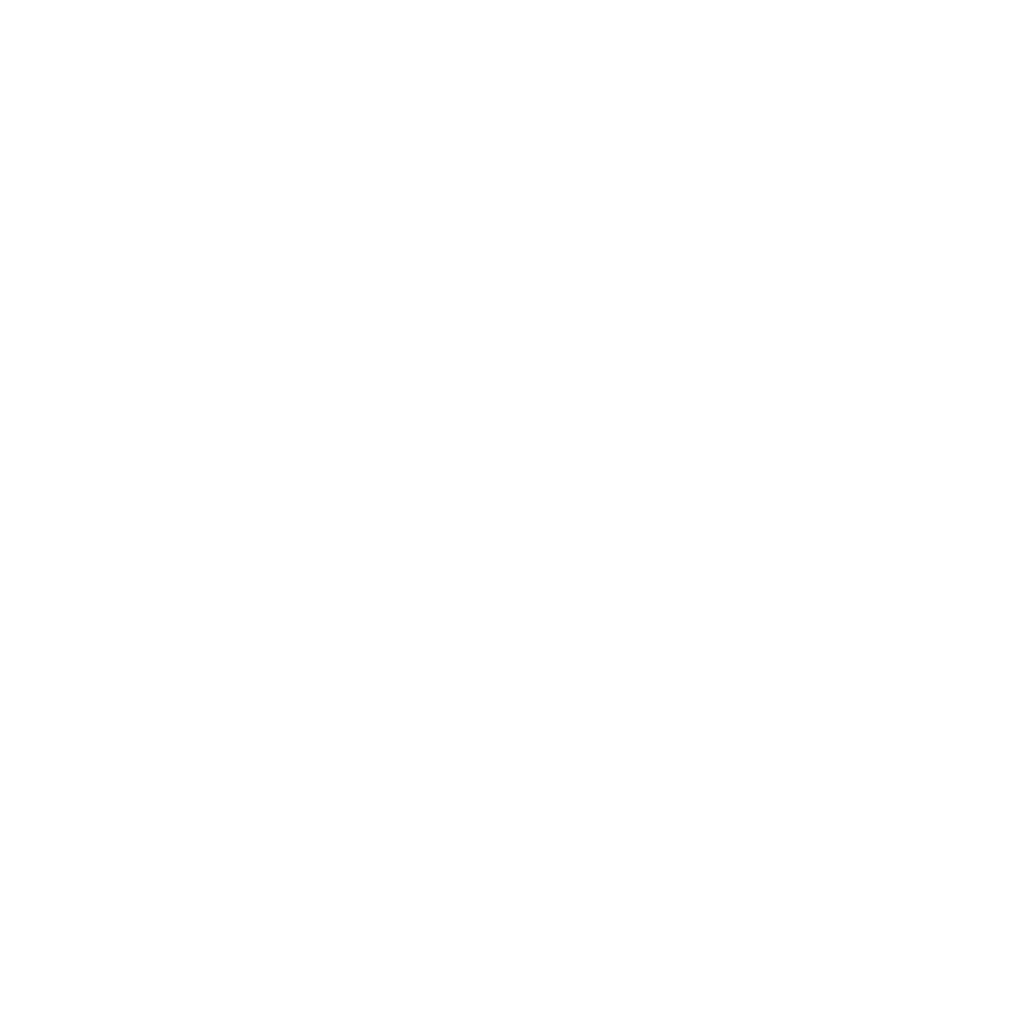
<source format=kicad_pcb>
(kicad_pcb (version 20171130) (host pcbnew "(5.1.4)-1")

  (general
    (thickness 1.6)
    (drawings 0)
    (tracks 0)
    (zones 0)
    (modules 0)
    (nets 1)
  )

  (page A4)
  (title_block
    (title "Single transistor AMP")
    (date 1997-12-31)
    (rev V1)
  )

  (layers
    (0 F.Cu signal)
    (31 B.Cu signal)
    (44 Edge.Cuts user)
    (45 Margin user)
    (46 B.CrtYd user)
    (47 F.CrtYd user)
  )

  (setup
    (last_trace_width 0.25)
    (trace_clearance 0.2)
    (zone_clearance 0.508)
    (zone_45_only no)
    (trace_min 0.2)
    (via_size 0.8)
    (via_drill 0.4)
    (via_min_size 0.4)
    (via_min_drill 0.3)
    (uvia_size 0.3)
    (uvia_drill 0.1)
    (uvias_allowed no)
    (uvia_min_size 0.2)
    (uvia_min_drill 0.1)
    (edge_width 0.05)
    (segment_width 0.2)
    (pcb_text_width 0.3)
    (pcb_text_size 1.5 1.5)
    (mod_edge_width 0.12)
    (mod_text_size 1 1)
    (mod_text_width 0.15)
    (pad_size 1.524 1.524)
    (pad_drill 0.762)
    (pad_to_mask_clearance 0.051)
    (solder_mask_min_width 0.25)
    (aux_axis_origin 0 0)
    (visible_elements FFFFFF7F)
    (pcbplotparams
      (layerselection 0x010fc_ffffffff)
      (usegerberextensions false)
      (usegerberattributes false)
      (usegerberadvancedattributes false)
      (creategerberjobfile false)
      (excludeedgelayer true)
      (linewidth 0.100000)
      (plotframeref false)
      (viasonmask false)
      (mode 1)
      (useauxorigin false)
      (hpglpennumber 1)
      (hpglpenspeed 20)
      (hpglpendiameter 15.000000)
      (psnegative false)
      (psa4output false)
      (plotreference true)
      (plotvalue true)
      (plotinvisibletext false)
      (padsonsilk false)
      (subtractmaskfromsilk false)
      (outputformat 1)
      (mirror false)
      (drillshape 1)
      (scaleselection 1)
      (outputdirectory ""))
  )

  (net 0 "")

  (net_class Default "This is the default net class."
    (clearance 0.2)
    (trace_width 0.25)
    (via_dia 0.8)
    (via_drill 0.4)
    (uvia_dia 0.3)
    (uvia_drill 0.1)
  )

)

</source>
